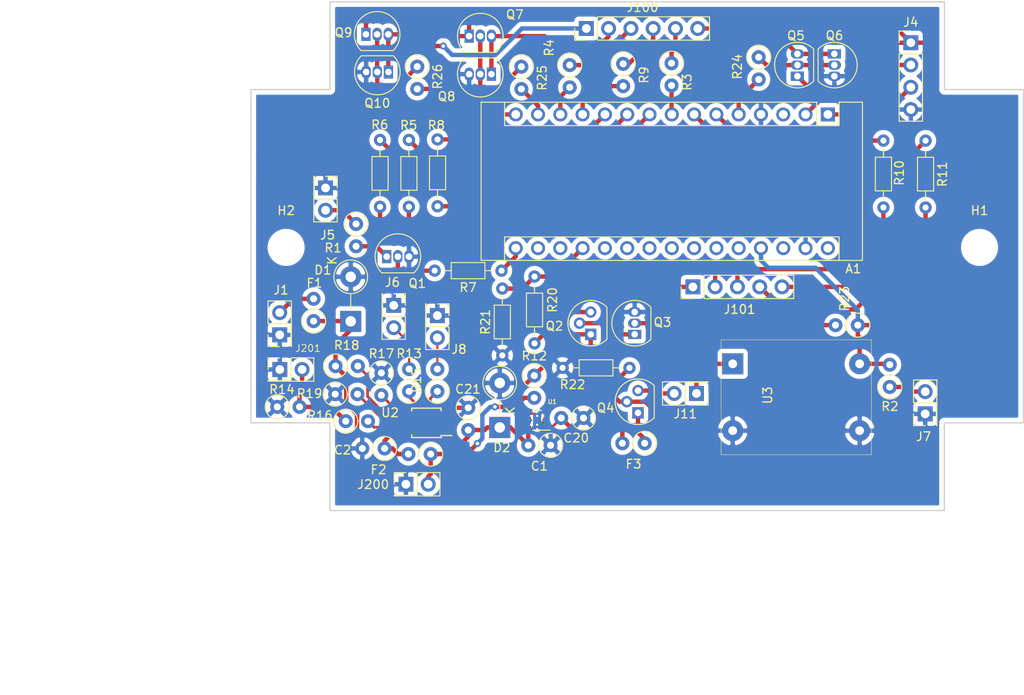
<source format=kicad_pcb>
(kicad_pcb (version 20171130) (host pcbnew "(5.1.9)-1")
  (layers (0 F.Cu signal) (31 B.Cu signal hide) (34 B.Paste user) (35 F.Paste user) (36 B.SilkS user) (37 F.SilkS user) (38 B.Mask user) (39 F.Mask user) (44 Edge.Cuts user))
  (net 0 "")
  (net 1 /LED_LOW_BAT_GPIO)
  (net 2 /SEG_H_GPIO)
  (net 3 "Net-(A1-Pad30)")
  (net 4 /SEG_G_GPIO)
  (net 5 GND)
  (net 6 /SEG_F_GPIO)
  (net 7 "Net-(A1-Pad28)")
  (net 8 /SEG_E_GPIO)
  (net 9 /SEG_D_GPIO)
  (net 10 "Net-(A1-Pad26)")
  (net 11 /SEG_C_GPIO)
  (net 12 "Net-(A1-Pad25)")
  (net 13 /SEG_B_GPIO)
  (net 14 "Net-(A1-Pad24)")
  (net 15 /SEG_A_GPIO)
  (net 16 "Net-(A1-Pad23)")
  (net 17 /DIG3_BASE)
  (net 18 "Net-(A1-Pad22)")
  (net 19 /DIG2_BASE)
  (net 20 "Net-(A1-Pad21)")
  (net 21 /DIG1_BASE)
  (net 22 "Net-(A1-Pad20)")
  (net 23 "Net-(A1-Pad3)")
  (net 24 "Net-(A1-Pad18)")
  (net 25 /RX)
  (net 26 "Net-(A1-Pad17)")
  (net 27 /TX)
  (net 28 "Net-(Q2-Pad2)")
  (net 29 "Net-(Q3-Pad2)")
  (net 30 /DIG1)
  (net 31 /DIG2)
  (net 32 /DIG3)
  (net 33 /+CELL_ENA_ADC_IN)
  (net 34 "Net-(C1-Pad2)")
  (net 35 "Net-(C2-Pad1)")
  (net 36 "Net-(F3-Pad1)")
  (net 37 /LED_LOW_BAT)
  (net 38 /LED_EN_CHARGE)
  (net 39 /LED_ON)
  (net 40 /LED_CHARGE_OK)
  (net 41 /SEG_A)
  (net 42 /SEG_F)
  (net 43 /SEG_B)
  (net 44 /SEG_E)
  (net 45 /SEG_D)
  (net 46 /SEG_H)
  (net 47 /SEG_C)
  (net 48 /SEG_G)
  (net 49 /Therm_Connector)
  (net 50 "Net-(Q1-Pad1)")
  (net 51 "Net-(Q1-Pad2)")
  (net 52 "Net-(Q2-Pad3)")
  (net 53 "Net-(Q5-Pad2)")
  (net 54 "Net-(Q7-Pad2)")
  (net 55 "Net-(Q10-Pad2)")
  (net 56 "Net-(R12-Pad2)")
  (net 57 "Net-(R13-Pad1)")
  (net 58 "Net-(R15-Pad1)")
  (net 59 /Therm)
  (net 60 "Net-(R17-Pad2)")
  (net 61 "Net-(R18-Pad2)")
  (net 62 /~TE~)
  (net 63 "Net-(U1-Pad4)")
  (net 64 "Net-(U1-Pad7)")
  (net 65 "Net-(U1-Pad3)")
  (net 66 "Net-(U2-Pad2)")
  (net 67 +5V_FUSED)
  (net 68 +5V_BOOST)
  (net 69 "Net-(F1-Pad2)")
  (net 70 +CELL)
  (net 71 +CELL_ON)
  (net 72 +CELL_ON_ENA)
  (module Package_TO_SOT_THT:TO-92_Inline (layer F.Cu) (at 181.06 84.71 180)
    (fp_text reference Q8 (at 5.11 -2.54) (layer F.SilkS))
    (fp_text value BC547)
    (pad 1 thru_hole rect (at 0 0 180) (size 1.05 1.5) (drill 0.75) (layers *.Cu *.Mask) (net 31 /DIG2))
    (pad 3 thru_hole oval (at 2.54 0 180) (size 1.05 1.5) (drill 0.75) (layers *.Cu *.Mask) (net 5 GND))
    (pad 2 thru_hole oval (at 1.27 0 180) (size 1.05 1.5) (drill 0.75) (layers *.Cu *.Mask) (net 54 "Net-(Q7-Pad2)"))
  )
  (module Resistor_THT:R_Axial_DIN0204_L3.6mm_D1.6mm_P7.62mm_Horizontal (layer F.Cu) (at 168.37 99.83 90)
    (fp_text reference R6 (at 9.35 -0.03 180) (layer F.SilkS))
    (fp_text value 470R)
    (pad 2 thru_hole oval (at 7.62 0 90) (size 1.4 1.4) (drill 0.7) (layers *.Cu *.Mask) (net 9 /SEG_D_GPIO))
    (pad 1 thru_hole circle (at 0 0 90) (size 1.4 1.4) (drill 0.7) (layers *.Cu *.Mask) (net 45 /SEG_D))
  )
  (module Resistor_THT:R_Axial_DIN0204_L3.6mm_D1.6mm_P7.62mm_Horizontal (layer F.Cu) (at 171.66 99.83 90)
    (fp_text reference R5 (at 9.29 -0.03 180) (layer F.SilkS))
    (fp_text value 470R)
    (pad 2 thru_hole oval (at 7.62 0 90) (size 1.4 1.4) (drill 0.7) (layers *.Cu *.Mask) (net 11 /SEG_C_GPIO))
    (pad 1 thru_hole circle (at 0 0 90) (size 1.4 1.4) (drill 0.7) (layers *.Cu *.Mask) (net 47 /SEG_C))
  )
  (module Module:Arduino_Nano (layer F.Cu) (at 219.39 89.3 270)
    (fp_text reference A1 (at 17.6 -2.9 180) (layer F.SilkS))
    (fp_text value Arduino_Nano_v3.x)
    (pad 16 thru_hole oval (at 15.24 35.56 270) (size 1.6 1.6) (drill 1) (layers *.Cu *.Mask) (net 1 /LED_LOW_BAT_GPIO))
    (pad 15 thru_hole oval (at 0 35.56 270) (size 1.6 1.6) (drill 1) (layers *.Cu *.Mask) (net 17 /DIG3_BASE))
    (pad 30 thru_hole oval (at 15.24 0 270) (size 1.6 1.6) (drill 1) (layers *.Cu *.Mask) (net 3 "Net-(A1-Pad30)"))
    (pad 14 thru_hole oval (at 0 33.02 270) (size 1.6 1.6) (drill 1) (layers *.Cu *.Mask) (net 19 /DIG2_BASE))
    (pad 29 thru_hole oval (at 15.24 2.54 270) (size 1.6 1.6) (drill 1) (layers *.Cu *.Mask) (net 5 GND))
    (pad 13 thru_hole oval (at 0 30.48 270) (size 1.6 1.6) (drill 1) (layers *.Cu *.Mask) (net 13 /SEG_B_GPIO))
    (pad 28 thru_hole oval (at 15.24 5.08 270) (size 1.6 1.6) (drill 1) (layers *.Cu *.Mask) (net 7 "Net-(A1-Pad28)"))
    (pad 12 thru_hole oval (at 0 27.94 270) (size 1.6 1.6) (drill 1) (layers *.Cu *.Mask) (net 6 /SEG_F_GPIO))
    (pad 27 thru_hole oval (at 15.24 7.62 270) (size 1.6 1.6) (drill 1) (layers *.Cu *.Mask) (net 68 +5V_BOOST))
    (pad 11 thru_hole oval (at 0 25.4 270) (size 1.6 1.6) (drill 1) (layers *.Cu *.Mask) (net 8 /SEG_E_GPIO))
    (pad 26 thru_hole oval (at 15.24 10.16 270) (size 1.6 1.6) (drill 1) (layers *.Cu *.Mask) (net 10 "Net-(A1-Pad26)"))
    (pad 10 thru_hole oval (at 0 22.86 270) (size 1.6 1.6) (drill 1) (layers *.Cu *.Mask) (net 11 /SEG_C_GPIO))
    (pad 25 thru_hole oval (at 15.24 12.7 270) (size 1.6 1.6) (drill 1) (layers *.Cu *.Mask) (net 12 "Net-(A1-Pad25)"))
    (pad 9 thru_hole oval (at 0 20.32 270) (size 1.6 1.6) (drill 1) (layers *.Cu *.Mask) (net 9 /SEG_D_GPIO))
    (pad 24 thru_hole oval (at 15.24 15.24 270) (size 1.6 1.6) (drill 1) (layers *.Cu *.Mask) (net 14 "Net-(A1-Pad24)"))
    (pad 8 thru_hole oval (at 0 17.78 270) (size 1.6 1.6) (drill 1) (layers *.Cu *.Mask) (net 15 /SEG_A_GPIO))
    (pad 23 thru_hole oval (at 15.24 17.78 270) (size 1.6 1.6) (drill 1) (layers *.Cu *.Mask) (net 16 "Net-(A1-Pad23)"))
    (pad 7 thru_hole oval (at 0 15.24 270) (size 1.6 1.6) (drill 1) (layers *.Cu *.Mask) (net 2 /SEG_H_GPIO))
    (pad 22 thru_hole oval (at 15.24 20.32 270) (size 1.6 1.6) (drill 1) (layers *.Cu *.Mask) (net 18 "Net-(A1-Pad22)"))
    (pad 6 thru_hole oval (at 0 12.7 270) (size 1.6 1.6) (drill 1) (layers *.Cu *.Mask) (net 4 /SEG_G_GPIO))
    (pad 21 thru_hole oval (at 15.24 22.86 270) (size 1.6 1.6) (drill 1) (layers *.Cu *.Mask) (net 20 "Net-(A1-Pad21)"))
    (pad 5 thru_hole oval (at 0 10.16 270) (size 1.6 1.6) (drill 1) (layers *.Cu *.Mask) (net 21 /DIG1_BASE))
    (pad 20 thru_hole oval (at 15.24 25.4 270) (size 1.6 1.6) (drill 1) (layers *.Cu *.Mask) (net 22 "Net-(A1-Pad20)"))
    (pad 4 thru_hole oval (at 0 7.62 270) (size 1.6 1.6) (drill 1) (layers *.Cu *.Mask) (net 5 GND))
    (pad 19 thru_hole oval (at 15.24 27.94 270) (size 1.6 1.6) (drill 1) (layers *.Cu *.Mask) (net 33 /+CELL_ENA_ADC_IN))
    (pad 3 thru_hole oval (at 0 5.08 270) (size 1.6 1.6) (drill 1) (layers *.Cu *.Mask) (net 23 "Net-(A1-Pad3)"))
    (pad 18 thru_hole oval (at 15.24 30.48 270) (size 1.6 1.6) (drill 1) (layers *.Cu *.Mask) (net 24 "Net-(A1-Pad18)"))
    (pad 2 thru_hole oval (at 0 2.54 270) (size 1.6 1.6) (drill 1) (layers *.Cu *.Mask) (net 25 /RX))
    (pad 17 thru_hole oval (at 15.24 33.02 270) (size 1.6 1.6) (drill 1) (layers *.Cu *.Mask) (net 26 "Net-(A1-Pad17)"))
    (pad 1 thru_hole rect (at 0 0 270) (size 1.6 1.6) (drill 1) (layers *.Cu *.Mask) (net 27 /TX))
  )
  (module Resistor_THT:R_Axial_DIN0204_L3.6mm_D1.6mm_P7.62mm_Horizontal (layer F.Cu) (at 182.3 116.77 90)
    (fp_text reference R21 (at 3.81 -1.92 90) (layer F.SilkS))
    (fp_text value 3.3kR)
    (pad 2 thru_hole oval (at 7.62 0 90) (size 1.4 1.4) (drill 0.7) (layers *.Cu *.Mask) (net 33 /+CELL_ENA_ADC_IN))
    (pad 1 thru_hole circle (at 0 0 90) (size 1.4 1.4) (drill 0.7) (layers *.Cu *.Mask) (net 5 GND))
  )
  (module Resistor_THT:R_Axial_DIN0204_L3.6mm_D1.6mm_P7.62mm_Horizontal (layer F.Cu) (at 185.97 107.78 270)
    (fp_text reference R20 (at 2.67 -2.05 90) (layer F.SilkS))
    (fp_text value 10kR)
    (pad 2 thru_hole oval (at 7.62 0 270) (size 1.4 1.4) (drill 0.7) (layers *.Cu *.Mask) (net 52 "Net-(Q2-Pad3)"))
    (pad 1 thru_hole circle (at 0 0 270) (size 1.4 1.4) (drill 0.7) (layers *.Cu *.Mask) (net 33 /+CELL_ENA_ADC_IN))
  )
  (module Resistor_THT:R_Axial_DIN0204_L3.6mm_D1.6mm_P7.62mm_Horizontal (layer F.Cu) (at 182.21 107.11 180)
    (fp_text reference R7 (at 3.81 -1.92) (layer F.SilkS))
    (fp_text value 470R)
    (pad 2 thru_hole oval (at 7.62 0 180) (size 1.4 1.4) (drill 0.7) (layers *.Cu *.Mask) (net 51 "Net-(Q1-Pad2)"))
    (pad 1 thru_hole circle (at 0 0 180) (size 1.4 1.4) (drill 0.7) (layers *.Cu *.Mask) (net 1 /LED_LOW_BAT_GPIO))
  )
  (module Resistor_THT:R_Axial_DIN0204_L3.6mm_D1.6mm_P7.62mm_Horizontal (layer F.Cu) (at 189.17 118.19)
    (fp_text reference R22 (at 1.13 1.91) (layer F.SilkS))
    (fp_text value 100kR)
    (pad 2 thru_hole oval (at 7.62 0) (size 1.4 1.4) (drill 0.7) (layers *.Cu *.Mask) (net 67 +5V_FUSED))
    (pad 1 thru_hole circle (at 0 0) (size 1.4 1.4) (drill 0.7) (layers *.Cu *.Mask) (net 5 GND))
  )
  (module Resistor_THT:R_Axial_DIN0204_L3.6mm_D1.6mm_P7.62mm_Horizontal (layer F.Cu) (at 174.92 99.77 90)
    (fp_text reference R8 (at 9.23 -0.14 180) (layer F.SilkS))
    (fp_text value 470R)
    (pad 2 thru_hole oval (at 7.62 0 90) (size 1.4 1.4) (drill 0.7) (layers *.Cu *.Mask) (net 8 /SEG_E_GPIO))
    (pad 1 thru_hole circle (at 0 0 90) (size 1.4 1.4) (drill 0.7) (layers *.Cu *.Mask) (net 44 /SEG_E))
  )
  (module Resistor_THT:R_Axial_DIN0204_L3.6mm_D1.6mm_P7.62mm_Horizontal (layer F.Cu) (at 230.52 99.91 90)
    (fp_text reference R11 (at 3.79 1.92 270) (layer F.SilkS))
    (fp_text value 470R)
    (pad 2 thru_hole oval (at 7.62 0 90) (size 1.4 1.4) (drill 0.7) (layers *.Cu *.Mask) (net 2 /SEG_H_GPIO))
    (pad 1 thru_hole circle (at 0 0 90) (size 1.4 1.4) (drill 0.7) (layers *.Cu *.Mask) (net 46 /SEG_H))
  )
  (module Resistor_THT:R_Axial_DIN0204_L3.6mm_D1.6mm_P7.62mm_Horizontal (layer F.Cu) (at 225.72 99.9 90)
    (fp_text reference R10 (at 3.93 1.81 270) (layer F.SilkS))
    (fp_text value 470R)
    (pad 2 thru_hole oval (at 7.62 0 90) (size 1.4 1.4) (drill 0.7) (layers *.Cu *.Mask) (net 4 /SEG_G_GPIO))
    (pad 1 thru_hole circle (at 0 0 90) (size 1.4 1.4) (drill 0.7) (layers *.Cu *.Mask) (net 48 /SEG_G))
  )
  (module Resistor_THT:R_Axial_DIN0207_L6.3mm_D2.5mm_P2.54mm_Vertical (layer F.Cu) (at 168.89 127.38 180)
    (fp_text reference C2 (at 4.79 -0.18) (layer F.SilkS))
    (fp_text value "4.7uF 10V")
    (pad 2 thru_hole oval (at 2.54 0 180) (size 1.6 1.6) (drill 0.8) (layers *.Cu *.Mask) (net 5 GND))
    (pad 1 thru_hole circle (at 0 0 180) (size 1.6 1.6) (drill 0.8) (layers *.Cu *.Mask) (net 35 "Net-(C2-Pad1)"))
  )
  (module Resistor_THT:R_Axial_DIN0207_L6.3mm_D2.5mm_P2.54mm_Vertical (layer F.Cu) (at 178.42 122.74 270)
    (fp_text reference C21 (at -2.12 0.03 180) (layer F.SilkS))
    (fp_text value "4.7uF 10V" hide)
    (pad 2 thru_hole oval (at 2.54 0 270) (size 1.6 1.6) (drill 0.8) (layers *.Cu *.Mask) (net 34 "Net-(C1-Pad2)"))
    (pad 1 thru_hole circle (at 0 0 270) (size 1.6 1.6) (drill 0.8) (layers *.Cu *.Mask) (net 5 GND))
  )
  (module Resistor_THT:R_Axial_DIN0207_L6.3mm_D2.5mm_P2.54mm_Vertical (layer F.Cu) (at 187.8 127.02 180)
    (fp_text reference C1 (at 1.27 -2.37) (layer F.SilkS))
    (fp_text value "4.7uF 10V" hide)
    (pad 2 thru_hole oval (at 2.54 0 180) (size 1.6 1.6) (drill 0.8) (layers *.Cu *.Mask) (net 34 "Net-(C1-Pad2)"))
    (pad 1 thru_hole circle (at 0 0 180) (size 1.6 1.6) (drill 0.8) (layers *.Cu *.Mask) (net 5 GND))
  )
  (module Resistor_THT:R_Axial_DIN0207_L6.3mm_D2.5mm_P2.54mm_Vertical (layer F.Cu) (at 191.55 123.91 180)
    (fp_text reference C20 (at 0.83 -2.28) (layer F.SilkS))
    (fp_text value "4.7uF 10V" hide)
    (pad 2 thru_hole oval (at 2.54 0 180) (size 1.6 1.6) (drill 0.8) (layers *.Cu *.Mask) (net 67 +5V_FUSED))
    (pad 1 thru_hole circle (at 0 0 180) (size 1.6 1.6) (drill 0.8) (layers *.Cu *.Mask) (net 5 GND))
  )
  (module Resistor_THT:R_Axial_DIN0207_L6.3mm_D2.5mm_P2.54mm_Vertical (layer F.Cu) (at 172.61 83.85 270)
    (fp_text reference R26 (at 1.13 -2.32 270) (layer F.SilkS))
    (fp_text value 470R)
    (pad 2 thru_hole oval (at 2.54 0 270) (size 1.6 1.6) (drill 0.8) (layers *.Cu *.Mask) (net 17 /DIG3_BASE))
    (pad 1 thru_hole circle (at 0 0 270) (size 1.6 1.6) (drill 0.8) (layers *.Cu *.Mask) (net 55 "Net-(Q10-Pad2)"))
  )
  (module Resistor_THT:R_Axial_DIN0207_L6.3mm_D2.5mm_P2.54mm_Vertical (layer F.Cu) (at 184.47 83.86 270)
    (fp_text reference R25 (at 1.27 -2.37 90) (layer F.SilkS))
    (fp_text value 470R)
    (pad 2 thru_hole oval (at 2.54 0 270) (size 1.6 1.6) (drill 0.8) (layers *.Cu *.Mask) (net 19 /DIG2_BASE))
    (pad 1 thru_hole circle (at 0 0 270) (size 1.6 1.6) (drill 0.8) (layers *.Cu *.Mask) (net 54 "Net-(Q7-Pad2)"))
  )
  (module Resistor_THT:R_Axial_DIN0207_L6.3mm_D2.5mm_P2.54mm_Vertical (layer F.Cu) (at 211.51 82.77 270)
    (fp_text reference R24 (at 1.09 2.43 90) (layer F.SilkS))
    (fp_text value 470R)
    (pad 2 thru_hole oval (at 2.54 0 270) (size 1.6 1.6) (drill 0.8) (layers *.Cu *.Mask) (net 21 /DIG1_BASE))
    (pad 1 thru_hole circle (at 0 0 270) (size 1.6 1.6) (drill 0.8) (layers *.Cu *.Mask) (net 53 "Net-(Q5-Pad2)"))
  )
  (module Resistor_THT:R_Axial_DIN0207_L6.3mm_D2.5mm_P2.54mm_Vertical (layer F.Cu) (at 222.8 113.32 180)
    (fp_text reference R23 (at 1.51 3.02 270) (layer F.SilkS))
    (fp_text value 10kR)
    (pad 2 thru_hole oval (at 2.54 0 180) (size 1.6 1.6) (drill 0.8) (layers *.Cu *.Mask) (net 29 "Net-(Q3-Pad2)"))
    (pad 1 thru_hole circle (at 0 0 180) (size 1.6 1.6) (drill 0.8) (layers *.Cu *.Mask) (net 68 +5V_BOOST))
  )
  (module Resistor_THT:R_Axial_DIN0207_L6.3mm_D2.5mm_P2.54mm_Vertical (layer F.Cu) (at 163.26 121.19)
    (fp_text reference R19 (at -2.92 -0.07) (layer F.SilkS))
    (fp_text value "10k DNP")
    (pad 2 thru_hole oval (at 2.54 0) (size 1.6 1.6) (drill 0.8) (layers *.Cu *.Mask) (net 62 /~TE~))
    (pad 1 thru_hole circle (at 0 0) (size 1.6 1.6) (drill 0.8) (layers *.Cu *.Mask) (net 5 GND))
  )
  (module Resistor_THT:R_Axial_DIN0207_L6.3mm_D2.5mm_P2.54mm_Vertical (layer F.Cu) (at 163.3 117.99)
    (fp_text reference R18 (at 1.27 -2.37) (layer F.SilkS))
    (fp_text value "0R DNP")
    (pad 2 thru_hole oval (at 2.54 0) (size 1.6 1.6) (drill 0.8) (layers *.Cu *.Mask) (net 61 "Net-(R18-Pad2)"))
    (pad 1 thru_hole circle (at 0 0) (size 1.6 1.6) (drill 0.8) (layers *.Cu *.Mask) (net 67 +5V_FUSED))
  )
  (module Resistor_THT:R_Axial_DIN0207_L6.3mm_D2.5mm_P2.54mm_Vertical (layer F.Cu) (at 168.52 118.77 270)
    (fp_text reference R17 (at -2.2 -0.01 180) (layer F.SilkS))
    (fp_text value 2k hide)
    (pad 2 thru_hole oval (at 2.54 0 270) (size 1.6 1.6) (drill 0.8) (layers *.Cu *.Mask) (net 60 "Net-(R17-Pad2)"))
    (pad 1 thru_hole circle (at 0 0 270) (size 1.6 1.6) (drill 0.8) (layers *.Cu *.Mask) (net 5 GND))
  )
  (module Resistor_THT:R_Axial_DIN0207_L6.3mm_D2.5mm_P2.54mm_Vertical (layer F.Cu) (at 164.46 124.27)
    (fp_text reference R16 (at -2.94 -0.64) (layer F.SilkS))
    (fp_text value "0R DNP")
    (pad 2 thru_hole oval (at 2.54 0) (size 1.6 1.6) (drill 0.8) (layers *.Cu *.Mask) (net 59 /Therm))
    (pad 1 thru_hole circle (at 0 0) (size 1.6 1.6) (drill 0.8) (layers *.Cu *.Mask) (net 49 /Therm_Connector))
  )
  (module Resistor_THT:R_Axial_DIN0207_L6.3mm_D2.5mm_P2.54mm_Vertical (layer F.Cu) (at 174.9 120.87 90)
    (fp_text reference R15 (at 1.27 -2.37 90) (layer F.SilkS))
    (fp_text value 300R)
    (pad 2 thru_hole oval (at 2.54 0 90) (size 1.6 1.6) (drill 0.8) (layers *.Cu *.Mask) (net 40 /LED_CHARGE_OK))
    (pad 1 thru_hole circle (at 0 0 90) (size 1.6 1.6) (drill 0.8) (layers *.Cu *.Mask) (net 58 "Net-(R15-Pad1)"))
  )
  (module Resistor_THT:R_Axial_DIN0207_L6.3mm_D2.5mm_P2.54mm_Vertical (layer F.Cu) (at 156.66 122.64)
    (fp_text reference R14 (at 0.53 -1.98) (layer F.SilkS))
    (fp_text value "10k DNP")
    (pad 2 thru_hole oval (at 2.54 0) (size 1.6 1.6) (drill 0.8) (layers *.Cu *.Mask) (net 49 /Therm_Connector))
    (pad 1 thru_hole circle (at 0 0) (size 1.6 1.6) (drill 0.8) (layers *.Cu *.Mask) (net 5 GND))
  )
  (module Resistor_THT:R_Axial_DIN0207_L6.3mm_D2.5mm_P2.54mm_Vertical (layer F.Cu) (at 171.68 120.87 90)
    (fp_text reference R13 (at 4.3 0.01) (layer F.SilkS))
    (fp_text value 330R)
    (pad 2 thru_hole oval (at 2.54 0 90) (size 1.6 1.6) (drill 0.8) (layers *.Cu *.Mask) (net 38 /LED_EN_CHARGE))
    (pad 1 thru_hole circle (at 0 0 90) (size 1.6 1.6) (drill 0.8) (layers *.Cu *.Mask) (net 57 "Net-(R13-Pad1)"))
  )
  (module Resistor_THT:R_Axial_DIN0207_L6.3mm_D2.5mm_P2.54mm_Vertical (layer F.Cu) (at 185.94 119.07 270)
    (fp_text reference R12 (at -2.24 -0.01 180) (layer F.SilkS))
    (fp_text value 100kR)
    (pad 2 thru_hole oval (at 2.54 0 270) (size 1.6 1.6) (drill 0.8) (layers *.Cu *.Mask) (net 56 "Net-(R12-Pad2)"))
    (pad 1 thru_hole circle (at 0 0 270) (size 1.6 1.6) (drill 0.8) (layers *.Cu *.Mask) (net 70 +CELL))
  )
  (module Resistor_THT:R_Axial_DIN0207_L6.3mm_D2.5mm_P2.54mm_Vertical (layer F.Cu) (at 196.07 83.53 270)
    (fp_text reference R9 (at 1.27 -2.37 90) (layer F.SilkS))
    (fp_text value 470R)
    (pad 2 thru_hole oval (at 2.54 0 270) (size 1.6 1.6) (drill 0.8) (layers *.Cu *.Mask) (net 6 /SEG_F_GPIO))
    (pad 1 thru_hole circle (at 0 0 270) (size 1.6 1.6) (drill 0.8) (layers *.Cu *.Mask) (net 42 /SEG_F))
  )
  (module Resistor_THT:R_Axial_DIN0207_L6.3mm_D2.5mm_P2.54mm_Vertical (layer F.Cu) (at 189.98 83.67 270)
    (fp_text reference R4 (at -1.97 2.34 90) (layer F.SilkS))
    (fp_text value 470R)
    (pad 2 thru_hole oval (at 2.54 0 270) (size 1.6 1.6) (drill 0.8) (layers *.Cu *.Mask) (net 13 /SEG_B_GPIO))
    (pad 1 thru_hole circle (at 0 0 270) (size 1.6 1.6) (drill 0.8) (layers *.Cu *.Mask) (net 43 /SEG_B))
  )
  (module Resistor_THT:R_Axial_DIN0207_L6.3mm_D2.5mm_P2.54mm_Vertical (layer F.Cu) (at 201.58 83.46 270)
    (fp_text reference R3 (at 2.16 -1.76 90) (layer F.SilkS))
    (fp_text value 470R)
    (pad 2 thru_hole oval (at 2.54 0 270) (size 1.6 1.6) (drill 0.8) (layers *.Cu *.Mask) (net 15 /SEG_A_GPIO))
    (pad 1 thru_hole circle (at 0 0 270) (size 1.6 1.6) (drill 0.8) (layers *.Cu *.Mask) (net 41 /SEG_A))
  )
  (module Resistor_THT:R_Axial_DIN0207_L6.3mm_D2.5mm_P2.54mm_Vertical (layer F.Cu) (at 226.44 120.37 90)
    (fp_text reference R2 (at -2.22 0.02 180) (layer F.SilkS))
    (fp_text value 470R)
    (pad 2 thru_hole oval (at 2.54 0 90) (size 1.6 1.6) (drill 0.8) (layers *.Cu *.Mask) (net 68 +5V_BOOST))
    (pad 1 thru_hole circle (at 0 0 90) (size 1.6 1.6) (drill 0.8) (layers *.Cu *.Mask) (net 39 /LED_ON))
  )
  (module Resistor_THT:R_Axial_DIN0207_L6.3mm_D2.5mm_P2.54mm_Vertical (layer F.Cu) (at 165.64 101.79 270)
    (fp_text reference R1 (at 2.73 2.62 180) (layer F.SilkS))
    (fp_text value 330R)
    (pad 2 thru_hole oval (at 2.54 0 270) (size 1.6 1.6) (drill 0.8) (layers *.Cu *.Mask) (net 50 "Net-(Q1-Pad1)"))
    (pad 1 thru_hole circle (at 0 0 270) (size 1.6 1.6) (drill 0.8) (layers *.Cu *.Mask) (net 37 /LED_LOW_BAT))
  )
  (module Resistor_THT:R_Axial_DIN0207_L6.3mm_D2.5mm_P2.54mm_Vertical (layer F.Cu) (at 198.52 126.79 180)
    (fp_text reference F3 (at 1.27 -2.37) (layer F.SilkS))
    (fp_text value 100mA)
    (pad 2 thru_hole oval (at 2.54 0 180) (size 1.6 1.6) (drill 0.8) (layers *.Cu *.Mask) (net 70 +CELL))
    (pad 1 thru_hole circle (at 0 0 180) (size 1.6 1.6) (drill 0.8) (layers *.Cu *.Mask) (net 36 "Net-(F3-Pad1)"))
  )
  (module Resistor_THT:R_Axial_DIN0207_L6.3mm_D2.5mm_P2.54mm_Vertical (layer F.Cu) (at 174.14 128.02 180)
    (fp_text reference F2 (at 5.94 -1.78) (layer F.SilkS))
    (fp_text value "500mA fast")
    (pad 2 thru_hole oval (at 2.54 0 180) (size 1.6 1.6) (drill 0.8) (layers *.Cu *.Mask) (net 35 "Net-(C2-Pad1)"))
    (pad 1 thru_hole circle (at 0 0 180) (size 1.6 1.6) (drill 0.8) (layers *.Cu *.Mask) (net 70 +CELL))
  )
  (module Resistor_THT:R_Axial_DIN0207_L6.3mm_D2.5mm_P2.54mm_Vertical (layer F.Cu) (at 160.8 112.86 90)
    (fp_text reference F1 (at 4.33 0.1) (layer F.SilkS))
    (fp_text value "500mA fast" hide)
    (pad 2 thru_hole oval (at 2.54 0 90) (size 1.6 1.6) (drill 0.8) (layers *.Cu *.Mask) (net 69 "Net-(F1-Pad2)"))
    (pad 1 thru_hole circle (at 0 0 90) (size 1.6 1.6) (drill 0.8) (layers *.Cu *.Mask) (net 67 +5V_FUSED))
  )
  (module "Balance ruche:AS19" (layer F.Cu) (at 207.28 115.04)
    (fp_text reference U3 (at 5.25 6.28 270) (layer F.SilkS))
    (fp_text value BOOST_5V hide)
    (pad 3 thru_hole oval (at 15.73 10.3124) (size 2.4 2.4) (drill 1) (layers *.Cu *.Mask) (net 5 GND))
    (pad 4 thru_hole oval (at 15.73 2.69) (size 2.4 2.4) (drill 1) (layers *.Cu *.Mask) (net 68 +5V_BOOST))
    (pad 2 thru_hole oval (at 1.27 10.31) (size 2.4 2.4) (drill 1) (layers *.Cu *.Mask) (net 5 GND))
    (pad 1 thru_hole rect (at 1.27 2.69) (size 2.4 2.4) (drill 1) (layers *.Cu *.Mask) (net 72 +CELL_ON_ENA))
  )
  (module Package_SO:MSOP-10_3x3mm_P0.5mm (layer F.Cu) (at 173.65 124.46 180)
    (fp_text reference U2 (at 4.14 1.16) (layer F.SilkS))
    (fp_text value MCP73837-xxx_UN)
    (pad 10 smd rect (at 2.2 -1 180) (size 1.4 0.3) (layers F.Cu F.Paste F.Mask) (net 35 "Net-(C2-Pad1)"))
    (pad 9 smd rect (at 2.2 -0.5 180) (size 1.4 0.3) (layers F.Cu F.Paste F.Mask) (net 59 /Therm))
    (pad 8 smd rect (at 2.2 0 180) (size 1.4 0.3) (layers F.Cu F.Paste F.Mask) (net 62 /~TE~))
    (pad 7 smd rect (at 2.2 0.5 180) (size 1.4 0.3) (layers F.Cu F.Paste F.Mask) (net 61 "Net-(R18-Pad2)"))
    (pad 6 smd rect (at 2.2 1 180) (size 1.4 0.3) (layers F.Cu F.Paste F.Mask) (net 60 "Net-(R17-Pad2)"))
    (pad 5 smd rect (at -2.2 1 180) (size 1.4 0.3) (layers F.Cu F.Paste F.Mask) (net 5 GND))
    (pad 4 smd rect (at -2.2 0.5 180) (size 1.4 0.3) (layers F.Cu F.Paste F.Mask) (net 58 "Net-(R15-Pad1)"))
    (pad 3 smd rect (at -2.2 0 180) (size 1.4 0.3) (layers F.Cu F.Paste F.Mask) (net 57 "Net-(R13-Pad1)"))
    (pad 2 smd rect (at -2.2 -0.5 180) (size 1.4 0.3) (layers F.Cu F.Paste F.Mask) (net 66 "Net-(U2-Pad2)"))
    (pad 1 smd rect (at -2.2 -1 180) (size 1.4 0.3) (layers F.Cu F.Paste F.Mask) (net 34 "Net-(C1-Pad2)"))
  )
  (module Package_SON:WSON-8-1EP_2x2mm_P0.5mm_EP0.9x1.6mm_ThermalVias (layer F.Cu) (at 186.27 124.17 180)
    (fp_text reference U1 (at -1.72 2.12) (layer F.SilkS) (effects (font (size 0.5 0.5) (thickness 0.1))))
    (fp_text value bq2438x hide)
    (pad 3 smd rect (at -0.95 0.25 180) (size 0.5 0.25) (layers F.Cu F.Paste F.Mask) (net 65 "Net-(U1-Pad3)"))
    (pad 7 smd rect (at 0.95 -0.25 180) (size 0.5 0.25) (layers F.Cu F.Paste F.Mask) (net 64 "Net-(U1-Pad7)"))
    (pad 8 smd rect (at 0.95 -0.75 180) (size 0.5 0.25) (layers F.Cu F.Paste F.Mask) (net 34 "Net-(C1-Pad2)"))
    (pad 9 thru_hole circle (at 0 -0.5 180) (size 0.6 0.6) (drill 0.25) (layers *.Cu) (net 5 GND))
    (pad 9 thru_hole circle (at 0 0.5 180) (size 0.6 0.6) (drill 0.25) (layers *.Cu) (net 5 GND))
    (pad 9 smd rect (at 0 0 180) (size 0.9 1.6) (layers F.Cu F.Mask) (net 5 GND))
    (pad 1 smd rect (at -0.95 -0.75 180) (size 0.5 0.25) (layers F.Cu F.Paste F.Mask) (net 67 +5V_FUSED))
    (pad 2 smd rect (at -0.95 -0.25 180) (size 0.5 0.25) (layers F.Cu F.Paste F.Mask) (net 5 GND))
    (pad 4 smd rect (at -0.95 0.75 180) (size 0.5 0.25) (layers F.Cu F.Paste F.Mask) (net 63 "Net-(U1-Pad4)"))
    (pad 5 smd rect (at 0.95 0.75 180) (size 0.5 0.25) (layers F.Cu F.Paste F.Mask) (net 5 GND))
    (pad 6 smd rect (at 0.95 0.25 180) (size 0.5 0.25) (layers F.Cu F.Paste F.Mask) (net 56 "Net-(R12-Pad2)"))
    (pad 9 smd rect (at 0 0 180) (size 0.9 1.6) (layers B.Cu) (net 5 GND))
  )
  (module Package_TO_SOT_THT:TO-92_Inline (layer F.Cu) (at 169.33 84.46 180)
    (fp_text reference Q10 (at 1.27 -3.56) (layer F.SilkS))
    (fp_text value BC547)
    (pad 1 thru_hole rect (at 0 0 180) (size 1.05 1.5) (drill 0.75) (layers *.Cu *.Mask) (net 32 /DIG3))
    (pad 3 thru_hole oval (at 2.54 0 180) (size 1.05 1.5) (drill 0.75) (layers *.Cu *.Mask) (net 5 GND))
    (pad 2 thru_hole oval (at 1.27 0 180) (size 1.05 1.5) (drill 0.75) (layers *.Cu *.Mask) (net 55 "Net-(Q10-Pad2)"))
  )
  (module Package_TO_SOT_THT:TO-92_Inline (layer F.Cu) (at 166.77 80.17)
    (fp_text reference Q9 (at -2.56 -0.2) (layer F.SilkS))
    (fp_text value BC557)
    (pad 1 thru_hole rect (at 0 0) (size 1.05 1.5) (drill 0.75) (layers *.Cu *.Mask) (net 68 +5V_BOOST))
    (pad 3 thru_hole oval (at 2.54 0) (size 1.05 1.5) (drill 0.75) (layers *.Cu *.Mask) (net 32 /DIG3))
    (pad 2 thru_hole oval (at 1.27 0) (size 1.05 1.5) (drill 0.75) (layers *.Cu *.Mask) (net 55 "Net-(Q10-Pad2)"))
  )
  (module Package_TO_SOT_THT:TO-92_Inline (layer F.Cu) (at 178.52 80.37)
    (fp_text reference Q7 (at 5.2 -2.45) (layer F.SilkS))
    (fp_text value BC557)
    (pad 1 thru_hole rect (at 0 0) (size 1.05 1.5) (drill 0.75) (layers *.Cu *.Mask) (net 68 +5V_BOOST))
    (pad 3 thru_hole oval (at 2.54 0) (size 1.05 1.5) (drill 0.75) (layers *.Cu *.Mask) (net 31 /DIG2))
    (pad 2 thru_hole oval (at 1.27 0) (size 1.05 1.5) (drill 0.75) (layers *.Cu *.Mask) (net 54 "Net-(Q7-Pad2)"))
  )
  (module Package_TO_SOT_THT:TO-92_Inline (layer F.Cu) (at 220.13 82.4 270)
    (fp_text reference Q6 (at -2.09 -0.01 180) (layer F.SilkS))
    (fp_text value BC547)
    (pad 1 thru_hole rect (at 0 0 270) (size 1.05 1.5) (drill 0.75) (layers *.Cu *.Mask) (net 30 /DIG1))
    (pad 3 thru_hole oval (at 2.54 0 270) (size 1.05 1.5) (drill 0.75) (layers *.Cu *.Mask) (net 5 GND))
    (pad 2 thru_hole oval (at 1.27 0 270) (size 1.05 1.5) (drill 0.75) (layers *.Cu *.Mask) (net 53 "Net-(Q5-Pad2)"))
  )
  (module Package_TO_SOT_THT:TO-92_Inline (layer F.Cu) (at 215.92 84.94 90)
    (fp_text reference Q5 (at 4.62 -0.17 180) (layer F.SilkS))
    (fp_text value BC557)
    (pad 1 thru_hole rect (at 0 0 90) (size 1.05 1.5) (drill 0.75) (layers *.Cu *.Mask) (net 68 +5V_BOOST))
    (pad 3 thru_hole oval (at 2.54 0 90) (size 1.05 1.5) (drill 0.75) (layers *.Cu *.Mask) (net 30 /DIG1))
    (pad 2 thru_hole oval (at 1.27 0 90) (size 1.05 1.5) (drill 0.75) (layers *.Cu *.Mask) (net 53 "Net-(Q5-Pad2)"))
  )
  (module Package_TO_SOT_THT:TO-92 (layer F.Cu) (at 197.76 123.32 90)
    (fp_text reference Q4 (at 0.56 -3.69 180) (layer F.SilkS))
    (fp_text value LP0701N3)
    (pad 1 thru_hole rect (at 0 0 90) (size 1.3 1.3) (drill 0.75) (layers *.Cu *.Mask) (net 36 "Net-(F3-Pad1)"))
    (pad 3 thru_hole circle (at 2.54 0 90) (size 1.3 1.3) (drill 0.75) (layers *.Cu *.Mask) (net 71 +CELL_ON))
    (pad 2 thru_hole circle (at 1.27 -1.27 90) (size 1.3 1.3) (drill 0.75) (layers *.Cu *.Mask) (net 67 +5V_FUSED))
  )
  (module Package_TO_SOT_THT:TO-92_Inline (layer F.Cu) (at 197.38 114.37 90)
    (fp_text reference Q3 (at 1.37 3.17 180) (layer F.SilkS))
    (fp_text value BC547)
    (pad 1 thru_hole rect (at 0 0 90) (size 1.05 1.5) (drill 0.75) (layers *.Cu *.Mask) (net 28 "Net-(Q2-Pad2)"))
    (pad 3 thru_hole oval (at 2.54 0 90) (size 1.05 1.5) (drill 0.75) (layers *.Cu *.Mask) (net 5 GND))
    (pad 2 thru_hole oval (at 1.27 0 90) (size 1.05 1.5) (drill 0.75) (layers *.Cu *.Mask) (net 29 "Net-(Q3-Pad2)"))
  )
  (module Package_TO_SOT_THT:TO-92 (layer F.Cu) (at 192.37 114.37 90)
    (fp_text reference Q2 (at 0.94 -4.13 180) (layer F.SilkS))
    (fp_text value LP0701N3)
    (pad 1 thru_hole rect (at 0 0 90) (size 1.3 1.3) (drill 0.75) (layers *.Cu *.Mask) (net 70 +CELL))
    (pad 3 thru_hole circle (at 2.54 0 90) (size 1.3 1.3) (drill 0.75) (layers *.Cu *.Mask) (net 52 "Net-(Q2-Pad3)"))
    (pad 2 thru_hole circle (at 1.27 -1.27 90) (size 1.3 1.3) (drill 0.75) (layers *.Cu *.Mask) (net 28 "Net-(Q2-Pad2)"))
  )
  (module Package_TO_SOT_THT:TO-92_Inline (layer F.Cu) (at 169.13 105.51)
    (fp_text reference Q1 (at 3.48 3.05) (layer F.SilkS))
    (fp_text value BC547)
    (pad 1 thru_hole rect (at 0 0) (size 1.05 1.5) (drill 0.75) (layers *.Cu *.Mask) (net 50 "Net-(Q1-Pad1)"))
    (pad 3 thru_hole oval (at 2.54 0) (size 1.05 1.5) (drill 0.75) (layers *.Cu *.Mask) (net 5 GND))
    (pad 2 thru_hole oval (at 1.27 0) (size 1.05 1.5) (drill 0.75) (layers *.Cu *.Mask) (net 51 "Net-(Q1-Pad2)"))
  )
  (module Connector_PinHeader_2.54mm:PinHeader_2x01_P2.54mm_Vertical (layer F.Cu) (at 156.95 118.38)
    (fp_text reference J201 (at 3.21 -2.42) (layer F.SilkS) (effects (font (size 0.8 0.8) (thickness 0.1))))
    (fp_text value Conn_01x02)
    (pad 2 thru_hole oval (at 2.54 0) (size 1.7 1.7) (drill 1) (layers *.Cu *.Mask) (net 49 /Therm_Connector))
    (pad 1 thru_hole rect (at 0 0) (size 1.7 1.7) (drill 1) (layers *.Cu *.Mask) (net 5 GND))
  )
  (module Connector_PinHeader_2.54mm:PinHeader_2x01_P2.54mm_Vertical (layer F.Cu) (at 171.32 131.46)
    (fp_text reference J200 (at -3.73 0.03) (layer F.SilkS))
    (fp_text value Conn_01x02 hide)
    (pad 2 thru_hole oval (at 2.54 0) (size 1.7 1.7) (drill 1) (layers *.Cu *.Mask) (net 70 +CELL))
    (pad 1 thru_hole rect (at 0 0) (size 1.7 1.7) (drill 1) (layers *.Cu *.Mask) (net 5 GND))
  )
  (module Connector_PinHeader_2.54mm:PinHeader_1x05_P2.54mm_Vertical (layer F.Cu) (at 204.01 108.96 90)
    (fp_text reference J101 (at -2.56 5.32 180) (layer F.SilkS))
    (fp_text value Conn_01x05 hide)
    (pad 5 thru_hole oval (at 0 10.16 90) (size 1.7 1.7) (drill 1) (layers *.Cu *.Mask) (net 48 /SEG_G))
    (pad 4 thru_hole oval (at 0 7.62 90) (size 1.7 1.7) (drill 1) (layers *.Cu *.Mask) (net 46 /SEG_H))
    (pad 3 thru_hole oval (at 0 5.08 90) (size 1.7 1.7) (drill 1) (layers *.Cu *.Mask) (net 44 /SEG_E))
    (pad 2 thru_hole oval (at 0 2.54 90) (size 1.7 1.7) (drill 1) (layers *.Cu *.Mask) (net 47 /SEG_C))
    (pad 1 thru_hole rect (at 0 0 90) (size 1.7 1.7) (drill 1) (layers *.Cu *.Mask) (net 45 /SEG_D))
  )
  (module Connector_PinHeader_2.54mm:PinHeader_1x06_P2.54mm_Vertical (layer F.Cu) (at 191.87 79.5 90)
    (fp_text reference J100 (at 2.4 6.4 180) (layer F.SilkS))
    (fp_text value Conn_01x06 hide)
    (pad 6 thru_hole oval (at 0 12.7 90) (size 1.7 1.7) (drill 1) (layers *.Cu *.Mask) (net 30 /DIG1))
    (pad 5 thru_hole oval (at 0 10.16 90) (size 1.7 1.7) (drill 1) (layers *.Cu *.Mask) (net 41 /SEG_A))
    (pad 4 thru_hole oval (at 0 7.62 90) (size 1.7 1.7) (drill 1) (layers *.Cu *.Mask) (net 42 /SEG_F))
    (pad 3 thru_hole oval (at 0 5.08 90) (size 1.7 1.7) (drill 1) (layers *.Cu *.Mask) (net 43 /SEG_B))
    (pad 2 thru_hole oval (at 0 2.54 90) (size 1.7 1.7) (drill 1) (layers *.Cu *.Mask) (net 31 /DIG2))
    (pad 1 thru_hole rect (at 0 0 90) (size 1.7 1.7) (drill 1) (layers *.Cu *.Mask) (net 32 /DIG3))
  )
  (module Connector_PinHeader_2.54mm:PinHeader_2x01_P2.54mm_Vertical (layer F.Cu) (at 204.42 121.11 180)
    (fp_text reference J11 (at 1.27 -2.33) (layer F.SilkS))
    (fp_text value Conn_01x02)
    (pad 2 thru_hole oval (at 2.54 0 180) (size 1.7 1.7) (drill 1) (layers *.Cu *.Mask) (net 71 +CELL_ON))
    (pad 1 thru_hole rect (at 0 0 180) (size 1.7 1.7) (drill 1) (layers *.Cu *.Mask) (net 72 +CELL_ON_ENA))
  )
  (module Connector_PinHeader_2.54mm:PinHeader_2x01_P2.54mm_Vertical (layer F.Cu) (at 174.9 112.23 270)
    (fp_text reference J8 (at 3.85 -2.47 180) (layer F.SilkS))
    (fp_text value Conn_01x02)
    (pad 2 thru_hole oval (at 2.54 0 270) (size 1.7 1.7) (drill 1) (layers *.Cu *.Mask) (net 40 /LED_CHARGE_OK))
    (pad 1 thru_hole rect (at 0 0 270) (size 1.7 1.7) (drill 1) (layers *.Cu *.Mask) (net 5 GND))
  )
  (module Connector_PinHeader_2.54mm:PinHeader_2x01_P2.54mm_Vertical (layer F.Cu) (at 230.48 123.44 90)
    (fp_text reference J7 (at -2.59 -0.18 180) (layer F.SilkS))
    (fp_text value Conn_01x02)
    (pad 2 thru_hole oval (at 2.54 0 90) (size 1.7 1.7) (drill 1) (layers *.Cu *.Mask) (net 39 /LED_ON))
    (pad 1 thru_hole rect (at 0 0 90) (size 1.7 1.7) (drill 1) (layers *.Cu *.Mask) (net 5 GND))
  )
  (module Connector_PinHeader_2.54mm:PinHeader_2x01_P2.54mm_Vertical (layer F.Cu) (at 169.93 111.07 270)
    (fp_text reference J6 (at -2.63 0.15 180) (layer F.SilkS))
    (fp_text value Conn_01x02)
    (pad 2 thru_hole oval (at 2.54 0 270) (size 1.7 1.7) (drill 1) (layers *.Cu *.Mask) (net 38 /LED_EN_CHARGE))
    (pad 1 thru_hole rect (at 0 0 270) (size 1.7 1.7) (drill 1) (layers *.Cu *.Mask) (net 5 GND))
  )
  (module Connector_PinHeader_2.54mm:PinHeader_2x01_P2.54mm_Vertical (layer F.Cu) (at 162.16 97.68 270)
    (fp_text reference J5 (at 5.37 -0.23 180) (layer F.SilkS))
    (fp_text value Conn_01x02)
    (pad 2 thru_hole oval (at 2.54 0 270) (size 1.7 1.7) (drill 1) (layers *.Cu *.Mask) (net 37 /LED_LOW_BAT))
    (pad 1 thru_hole rect (at 0 0 270) (size 1.7 1.7) (drill 1) (layers *.Cu *.Mask) (net 5 GND))
  )
  (module Connector_PinHeader_2.54mm:PinHeader_1x04_P2.54mm_Vertical (layer F.Cu) (at 228.84 81.12)
    (fp_text reference J4 (at 0 -2.33) (layer F.SilkS))
    (fp_text value Conn_01x04 hide)
    (pad 4 thru_hole oval (at 0 7.62) (size 1.7 1.7) (drill 1) (layers *.Cu *.Mask) (net 5 GND))
    (pad 3 thru_hole oval (at 0 5.08) (size 1.7 1.7) (drill 1) (layers *.Cu *.Mask) (net 27 /TX))
    (pad 2 thru_hole oval (at 0 2.54) (size 1.7 1.7) (drill 1) (layers *.Cu *.Mask) (net 25 /RX))
    (pad 1 thru_hole rect (at 0 0) (size 1.7 1.7) (drill 1) (layers *.Cu *.Mask) (net 68 +5V_BOOST))
  )
  (module Connector_PinHeader_2.54mm:PinHeader_2x01_P2.54mm_Vertical (layer F.Cu) (at 156.94 114.43 90)
    (fp_text reference J1 (at 5.12 0.15 180) (layer F.SilkS))
    (fp_text value Conn_01x02 hide)
    (pad 2 thru_hole oval (at 2.54 0 90) (size 1.7 1.7) (drill 1) (layers *.Cu *.Mask) (net 69 "Net-(F1-Pad2)"))
    (pad 1 thru_hole rect (at 0 0 90) (size 1.7 1.7) (drill 1) (layers *.Cu *.Mask) (net 5 GND))
  )
  (module MountingHole:MountingHole_3.2mm_M3 (layer F.Cu) (at 157.67 104.46)
    (fp_text reference H2 (at 0 -4.2) (layer F.SilkS))
    (fp_text value "M3 Mounting hole" hide)
    (pad 1 np_thru_hole circle (at 0 0) (size 3.2 3.2) (drill 3.2) (layers *.Cu *.Mask))
  )
  (module MountingHole:MountingHole_3.2mm_M3 (layer F.Cu) (at 236.67 104.46)
    (fp_text reference H1 (at 0 -4.2) (layer F.SilkS))
    (fp_text value "M3 Mounting hole" hide)
    (pad 1 np_thru_hole circle (at 0 0) (size 3.2 3.2) (drill 3.2) (layers *.Cu *.Mask))
  )
  (module Diode_THT:D_DO-15_P5.08mm_Vertical_KathodeUp (layer F.Cu) (at 182.01 124.99 90)
    (fp_text reference D2 (at -2.29 0.24 180) (layer F.SilkS))
    (fp_text value SA5.0A hide)
    (fp_text user K (at 1.9 1.2 90) (layer F.SilkS))
    (pad 2 thru_hole oval (at 5.08 0 90) (size 2.4 2.4) (drill 1.2) (layers *.Cu *.Mask) (net 5 GND))
    (pad 1 thru_hole rect (at 0 0 90) (size 2.4 2.4) (drill 1.2) (layers *.Cu *.Mask) (net 34 "Net-(C1-Pad2)"))
  )
  (module Diode_THT:D_DO-15_P5.08mm_Vertical_KathodeUp (layer F.Cu) (at 165.03 112.89 90)
    (fp_text reference D1 (at 5.85 -3.17 180) (layer F.SilkS))
    (fp_text value SA5.0A hide)
    (fp_text user K (at 6.94 -2.12 90) (layer F.SilkS))
    (pad 2 thru_hole oval (at 5.08 0 90) (size 2.4 2.4) (drill 1.2) (layers *.Cu *.Mask) (net 5 GND))
    (pad 1 thru_hole rect (at 0 0 90) (size 2.4 2.4) (drill 1.2) (layers *.Cu *.Mask) (net 67 +5V_FUSED))
  )
  (gr_line (start 232.66 124.46) (end 241.67 124.46) (layer Edge.Cuts) (width 0.15))
  (gr_line (start 232.66 134.46) (end 232.66 124.46) (layer Edge.Cuts) (width 0.15))
  (gr_line (start 162.67 134.46) (end 232.66 134.46) (layer Edge.Cuts) (width 0.15))
  (gr_line (start 162.67 134.46) (end 162.67 124.46) (layer Edge.Cuts) (width 0.15))
  (gr_line (start 153.66 124.45) (end 162.67 124.46) (layer Edge.Cuts) (width 0.15))
  (gr_line (start 162.67 76.46) (end 232.67 76.46) (layer Edge.Cuts) (width 0.15))
  (gr_line (start 232.67 86.46) (end 232.67 76.46) (layer Edge.Cuts) (width 0.15))
  (gr_line (start 162.67 86.46) (end 162.67 76.46) (layer Edge.Cuts) (width 0.15))
  (gr_line (start 232.67 86.46) (end 241.67 86.46) (layer Edge.Cuts) (width 0.15))
  (gr_line (start 153.67 86.46) (end 162.67 86.46) (layer Edge.Cuts) (width 0.15))
  (gr_line (start 241.67 124.46) (end 241.67 86.46) (layer Edge.Cuts) (width 0.15))
  (gr_line (start 153.66 124.45) (end 153.67 86.46) (layer Edge.Cuts) (width 0.15))
  (segment (start 183.57 104.8) (end 183.83 104.54) (width 0.25) (layer F.Cu) (net 1))
  (segment (start 182.21 107.11) (end 183.83 105.49) (width 0.5) (layer F.Cu) (net 1))
  (segment (start 183.83 104.54) (end 183.83 105.49) (width 0.5) (layer F.Cu) (net 1))
  (segment (start 209.58 94.73) (end 204.15 89.3) (width 0.5) (layer F.Cu) (net 2))
  (segment (start 228.08 94.73) (end 209.58 94.73) (width 0.5) (layer F.Cu) (net 2))
  (segment (start 230.52 92.29) (end 228.08 94.73) (width 0.5) (layer F.Cu) (net 2))
  (segment (start 209.67 92.28) (end 225.72 92.28) (width 0.5) (layer F.Cu) (net 4))
  (segment (start 206.69 89.3) (end 209.67 92.28) (width 0.5) (layer F.Cu) (net 4))
  (segment (start 186.52 124.42) (end 186.27 124.67) (width 0.25) (layer F.Cu) (net 5))
  (segment (start 175.85 123.46) (end 175.85 123.26) (width 0.25) (layer F.Cu) (net 5))
  (segment (start 176.37 122.74) (end 178.42 122.74) (width 0.25) (layer F.Cu) (net 5))
  (segment (start 175.85 123.26) (end 176.37 122.74) (width 0.25) (layer F.Cu) (net 5))
  (segment (start 186.02 123.42) (end 186.27 123.67) (width 0.25) (layer F.Cu) (net 5))
  (segment (start 185.32 123.42) (end 186.02 123.42) (width 0.25) (layer F.Cu) (net 5))
  (segment (start 186.72 124.42) (end 186.27 123.97) (width 0.25) (layer F.Cu) (net 5))
  (segment (start 186.27 123.97) (end 186.27 123.67) (width 0.25) (layer F.Cu) (net 5))
  (segment (start 187.22 124.42) (end 186.72 124.42) (width 0.25) (layer F.Cu) (net 5))
  (segment (start 186.27 124.17) (end 186.27 123.67) (width 0.25) (layer B.Cu) (net 5))
  (segment (start 176.46999 122.74) (end 175.85 123.35999) (width 0.5) (layer F.Cu) (net 5))
  (segment (start 178.42 122.74) (end 176.46999 122.74) (width 0.5) (layer F.Cu) (net 5))
  (segment (start 187.8 125.7) (end 186.27 124.17) (width 0.5) (layer B.Cu) (net 5))
  (segment (start 187.8 127.02) (end 187.8 125.7) (width 0.5) (layer B.Cu) (net 5))
  (segment (start 191.45 89.3) (end 191.45 87.92) (width 0.5) (layer F.Cu) (net 6))
  (segment (start 193.3 86.07) (end 196.07 86.07) (width 0.5) (layer F.Cu) (net 6))
  (segment (start 191.45 87.92) (end 193.3 86.07) (width 0.5) (layer F.Cu) (net 6))
  (segment (start 193.99 89.3) (end 194.54 89.3) (width 0.25) (layer F.Cu) (net 8))
  (segment (start 191.14 92.15) (end 174.92 92.15) (width 0.5) (layer F.Cu) (net 8))
  (segment (start 193.99 89.3) (end 191.14 92.15) (width 0.5) (layer F.Cu) (net 8))
  (segment (start 199.07 89.3) (end 192.02 96.35) (width 0.5) (layer F.Cu) (net 9))
  (segment (start 172.51 96.35) (end 168.37 92.21) (width 0.5) (layer F.Cu) (net 9))
  (segment (start 192.02 96.35) (end 172.51 96.35) (width 0.5) (layer F.Cu) (net 9))
  (segment (start 196.53 89.3) (end 191.16 94.67) (width 0.5) (layer F.Cu) (net 11))
  (segment (start 174.12 94.67) (end 171.66 92.21) (width 0.5) (layer F.Cu) (net 11))
  (segment (start 191.16 94.67) (end 174.12 94.67) (width 0.5) (layer F.Cu) (net 11))
  (segment (start 188.91 87.28) (end 189.98 86.21) (width 0.5) (layer F.Cu) (net 13))
  (segment (start 188.91 89.3) (end 188.91 87.28) (width 0.5) (layer F.Cu) (net 13))
  (segment (start 201.58 89.27) (end 201.61 89.3) (width 0.5) (layer F.Cu) (net 15))
  (segment (start 201.58 86) (end 201.58 89.27) (width 0.5) (layer F.Cu) (net 15))
  (segment (start 183.62 89.51) (end 183.83 89.3) (width 0.25) (layer F.Cu) (net 17))
  (segment (start 183.58 89.05) (end 183.83 89.3) (width 0.25) (layer F.Cu) (net 17))
  (segment (start 172.61 86.39) (end 172.725 86.505) (width 0.5) (layer F.Cu) (net 17))
  (segment (start 172.61 86.39) (end 175.02 86.39) (width 0.5) (layer F.Cu) (net 17))
  (segment (start 177.93 89.3) (end 183.83 89.3) (width 0.5) (layer F.Cu) (net 17))
  (segment (start 175.02 86.39) (end 177.93 89.3) (width 0.5) (layer F.Cu) (net 17))
  (segment (start 186.49 89.18) (end 186.37 89.3) (width 0.25) (layer F.Cu) (net 19))
  (segment (start 186.37 88.3) (end 184.47 86.4) (width 0.5) (layer F.Cu) (net 19))
  (segment (start 186.37 89.3) (end 186.37 88.3) (width 0.5) (layer F.Cu) (net 19))
  (segment (start 209.23 87.59) (end 211.51 85.31) (width 0.5) (layer F.Cu) (net 21))
  (segment (start 209.23 89.3) (end 209.23 87.59) (width 0.5) (layer F.Cu) (net 21))
  (segment (start 223.09 87.64) (end 227.07 83.66) (width 0.5) (layer F.Cu) (net 25))
  (segment (start 218.51 87.64) (end 223.09 87.64) (width 0.5) (layer F.Cu) (net 25))
  (segment (start 216.85 89.3) (end 218.51 87.64) (width 0.5) (layer F.Cu) (net 25))
  (segment (start 228.84 83.66) (end 227.07 83.66) (width 0.5) (layer F.Cu) (net 25))
  (segment (start 225.74 89.3) (end 219.39 89.3) (width 0.5) (layer F.Cu) (net 27))
  (segment (start 228.84 86.2) (end 225.74 89.3) (width 0.5) (layer F.Cu) (net 27))
  (segment (start 193.66 113.1) (end 194.93 114.37) (width 0.5) (layer F.Cu) (net 28))
  (segment (start 191.1 113.1) (end 193.66 113.1) (width 0.5) (layer F.Cu) (net 28))
  (segment (start 197.38 114.37) (end 194.93 114.37) (width 0.5) (layer F.Cu) (net 28))
  (segment (start 197.38 113.1) (end 218.07 113.1) (width 0.5) (layer F.Cu) (net 29))
  (segment (start 218.29 113.32) (end 220.26 113.32) (width 0.5) (layer F.Cu) (net 29))
  (segment (start 218.07 113.1) (end 218.29 113.32) (width 0.5) (layer F.Cu) (net 29))
  (segment (start 213.02 79.5) (end 204.57 79.5) (width 0.5) (layer F.Cu) (net 30))
  (segment (start 215.92 82.4) (end 213.02 79.5) (width 0.5) (layer F.Cu) (net 30))
  (segment (start 220.13 82.4) (end 215.92 82.4) (width 0.5) (layer F.Cu) (net 30))
  (segment (start 181.06 80.37) (end 181.06 84.71) (width 0.5) (layer F.Cu) (net 31))
  (segment (start 181.06 80.37) (end 187.11 80.37) (width 0.5) (layer F.Cu) (net 31))
  (segment (start 187.11 80.37) (end 188.55 81.81) (width 0.5) (layer F.Cu) (net 31))
  (segment (start 188.55 81.81) (end 193.02 81.81) (width 0.5) (layer F.Cu) (net 31))
  (segment (start 194.41 80.42) (end 194.41 79.5) (width 0.5) (layer F.Cu) (net 31))
  (segment (start 193.02 81.81) (end 194.41 80.42) (width 0.5) (layer F.Cu) (net 31))
  (via (at 175.58 81.5) (size 0.8) (drill 0.4) (layers F.Cu B.Cu) (net 32))
  (segment (start 170.67 80.17) (end 169.31 80.17) (width 0.5) (layer F.Cu) (net 32))
  (segment (start 172 81.5) (end 170.67 80.17) (width 0.5) (layer F.Cu) (net 32))
  (segment (start 175.58 81.5) (end 172 81.5) (width 0.5) (layer F.Cu) (net 32))
  (segment (start 169.31 84.44) (end 169.33 84.46) (width 0.5) (layer F.Cu) (net 32))
  (segment (start 169.31 80.17) (end 169.31 84.44) (width 0.5) (layer F.Cu) (net 32))
  (segment (start 175.58 81.5) (end 176.6 82.52) (width 0.5) (layer B.Cu) (net 32))
  (segment (start 176.6 82.52) (end 181.52 82.52) (width 0.5) (layer B.Cu) (net 32))
  (segment (start 184.54 79.5) (end 191.87 79.5) (width 0.5) (layer B.Cu) (net 32))
  (segment (start 181.52 82.52) (end 184.54 79.5) (width 0.5) (layer B.Cu) (net 32))
  (segment (start 184.6 109.15) (end 185.97 107.78) (width 0.5) (layer F.Cu) (net 33))
  (segment (start 182.3 109.15) (end 184.6 109.15) (width 0.5) (layer F.Cu) (net 33))
  (segment (start 188.21 107.78) (end 191.45 104.54) (width 0.5) (layer F.Cu) (net 33))
  (segment (start 185.97 107.78) (end 188.21 107.78) (width 0.5) (layer F.Cu) (net 33))
  (segment (start 178.24 125.46) (end 178.42 125.28) (width 0.25) (layer F.Cu) (net 34))
  (segment (start 185.26 124.98) (end 185.32 124.92) (width 0.25) (layer F.Cu) (net 34))
  (segment (start 185.26 127.02) (end 185.26 124.98) (width 0.25) (layer F.Cu) (net 34))
  (segment (start 185.26 125.055001) (end 185.32 124.995001) (width 0.5) (layer F.Cu) (net 34))
  (segment (start 185.26 127.02) (end 185.26 125.055001) (width 0.5) (layer F.Cu) (net 34))
  (segment (start 185.26 127.02) (end 183.98 125.74) (width 0.5) (layer F.Cu) (net 34))
  (segment (start 183.23 124.99) (end 183.98 125.74) (width 0.5) (layer F.Cu) (net 34))
  (segment (start 182.01 124.99) (end 183.23 124.99) (width 0.5) (layer F.Cu) (net 34))
  (segment (start 182.01 124.99) (end 180.58 124.99) (width 0.5) (layer F.Cu) (net 34))
  (segment (start 180.29 125.28) (end 178.42 125.28) (width 0.5) (layer F.Cu) (net 34))
  (segment (start 180.58 124.99) (end 180.29 125.28) (width 0.5) (layer F.Cu) (net 34))
  (segment (start 178.42 125.28) (end 178.42 125.44) (width 0.5) (layer F.Cu) (net 34))
  (segment (start 178.42 125.28) (end 178.42 126.03) (width 0.5) (layer F.Cu) (net 34))
  (segment (start 178.42 126.03) (end 177.65 126.8) (width 0.5) (layer F.Cu) (net 34))
  (segment (start 177.65 126.8) (end 177.19 126.8) (width 0.5) (layer F.Cu) (net 34))
  (segment (start 175.85 125.46) (end 176.265 125.875) (width 0.25) (layer F.Cu) (net 34))
  (segment (start 176.265 125.875) (end 175.950001 125.560001) (width 0.5) (layer F.Cu) (net 34))
  (segment (start 177.19 126.8) (end 176.265 125.875) (width 0.5) (layer F.Cu) (net 34))
  (segment (start 170.75999 125.51001) (end 171.45 125.51001) (width 0.4) (layer F.Cu) (net 35))
  (segment (start 168.89 127.38) (end 168.89 126.51) (width 0.5) (layer F.Cu) (net 35))
  (segment (start 168.89 126.51) (end 169.83999 125.56001) (width 0.5) (layer F.Cu) (net 35))
  (segment (start 168.89 127.38) (end 169.79 127.38) (width 0.5) (layer F.Cu) (net 35))
  (segment (start 170.43 128.02) (end 171.6 128.02) (width 0.5) (layer F.Cu) (net 35))
  (segment (start 169.79 127.38) (end 170.43 128.02) (width 0.5) (layer F.Cu) (net 35))
  (segment (start 170.28002 125.46) (end 170.18001 125.56001) (width 0.25) (layer F.Cu) (net 35))
  (segment (start 171.45 125.46) (end 170.28002 125.46) (width 0.25) (layer F.Cu) (net 35))
  (segment (start 170.18001 125.56001) (end 170.75999 125.56001) (width 0.5) (layer F.Cu) (net 35))
  (segment (start 169.83999 125.56001) (end 170.18001 125.56001) (width 0.5) (layer F.Cu) (net 35))
  (segment (start 198.52 126.32) (end 197.76 125.56) (width 0.5) (layer F.Cu) (net 36))
  (segment (start 198.52 126.79) (end 198.52 126.32) (width 0.5) (layer F.Cu) (net 36))
  (segment (start 197.76 123.32) (end 197.76 125.56) (width 0.5) (layer F.Cu) (net 36))
  (segment (start 162.17 100.21) (end 162.16 100.22) (width 0.25) (layer F.Cu) (net 37))
  (segment (start 164.07 100.22) (end 165.64 101.79) (width 0.5) (layer F.Cu) (net 37))
  (segment (start 162.16 100.22) (end 164.07 100.22) (width 0.5) (layer F.Cu) (net 37))
  (segment (start 171.68 115.36) (end 169.93 113.61) (width 0.25) (layer F.Cu) (net 38))
  (segment (start 171.68 118.33) (end 171.68 115.36) (width 0.25) (layer F.Cu) (net 38))
  (segment (start 226.44 120.37) (end 228.33 120.37) (width 0.5) (layer F.Cu) (net 39))
  (segment (start 228.86 120.9) (end 228.33 120.37) (width 0.5) (layer F.Cu) (net 39))
  (segment (start 230.48 120.9) (end 228.86 120.9) (width 0.5) (layer F.Cu) (net 39))
  (segment (start 174.9 118.33) (end 174.9 114.77) (width 0.25) (layer F.Cu) (net 40))
  (segment (start 202.03 83.01) (end 201.58 83.46) (width 0.25) (layer F.Cu) (net 41))
  (segment (start 201.58 83.46) (end 201.58 82.19) (width 0.5) (layer F.Cu) (net 41))
  (segment (start 202.03 81.74) (end 202.03 79.5) (width 0.5) (layer F.Cu) (net 41))
  (segment (start 201.58 82.19) (end 202.03 81.74) (width 0.5) (layer F.Cu) (net 41))
  (segment (start 196.07 82.92) (end 196.07 83.53) (width 0.25) (layer F.Cu) (net 42))
  (segment (start 199.49 79.5) (end 199.49 80.75) (width 0.5) (layer F.Cu) (net 42))
  (segment (start 196.71 83.53) (end 196.07 83.53) (width 0.5) (layer F.Cu) (net 42))
  (segment (start 199.49 80.75) (end 196.71 83.53) (width 0.5) (layer F.Cu) (net 42))
  (segment (start 196.95 79.5) (end 195.76 80.69) (width 0.5) (layer F.Cu) (net 43))
  (segment (start 195.74 80.69) (end 192.76 83.67) (width 0.5) (layer F.Cu) (net 43))
  (segment (start 195.76 80.69) (end 195.74 80.69) (width 0.5) (layer F.Cu) (net 43))
  (segment (start 192.76 83.67) (end 189.98 83.67) (width 0.5) (layer F.Cu) (net 43))
  (segment (start 174.92 99.77) (end 219.99 99.77) (width 0.5) (layer F.Cu) (net 44))
  (segment (start 219.99 99.77) (end 222.77 102.55) (width 0.5) (layer F.Cu) (net 44))
  (segment (start 222.77 102.55) (end 222.77 105.41) (width 0.5) (layer F.Cu) (net 44))
  (segment (start 222.77 105.41) (end 221.24 106.94) (width 0.5) (layer F.Cu) (net 44))
  (segment (start 221.24 106.94) (end 209.42 106.94) (width 0.5) (layer F.Cu) (net 44))
  (segment (start 209.09 107.27) (end 209.09 108.96) (width 0.5) (layer F.Cu) (net 44))
  (segment (start 209.42 106.94) (end 209.09 107.27) (width 0.5) (layer F.Cu) (net 44))
  (segment (start 173.41 103.21) (end 170.36 103.21) (width 0.5) (layer F.Cu) (net 45))
  (segment (start 176.11 105.91) (end 173.41 103.21) (width 0.5) (layer F.Cu) (net 45))
  (segment (start 188.07 110.06) (end 184.23 113.9) (width 0.5) (layer F.Cu) (net 45))
  (segment (start 180.18 113.9) (end 176.1 109.82) (width 0.5) (layer F.Cu) (net 45))
  (segment (start 198.18 110.06) (end 188.07 110.06) (width 0.5) (layer F.Cu) (net 45))
  (segment (start 168.37 101.22) (end 168.37 99.83) (width 0.5) (layer F.Cu) (net 45))
  (segment (start 176.1 109.82) (end 176.11 109.82) (width 0.5) (layer F.Cu) (net 45))
  (segment (start 170.36 103.21) (end 168.37 101.22) (width 0.5) (layer F.Cu) (net 45))
  (segment (start 176.11 109.82) (end 176.11 105.91) (width 0.5) (layer F.Cu) (net 45))
  (segment (start 184.23 113.9) (end 180.18 113.9) (width 0.5) (layer F.Cu) (net 45))
  (segment (start 199.28 108.96) (end 198.18 110.06) (width 0.5) (layer F.Cu) (net 45))
  (segment (start 204.01 108.96) (end 199.28 108.96) (width 0.5) (layer F.Cu) (net 45))
  (segment (start 230.52 103.55) (end 230.52 99.91) (width 0.5) (layer F.Cu) (net 46))
  (segment (start 222.53 111.54) (end 230.52 103.55) (width 0.5) (layer F.Cu) (net 46))
  (segment (start 214.21 111.54) (end 222.53 111.54) (width 0.5) (layer F.Cu) (net 46))
  (segment (start 211.63 108.96) (end 214.21 111.54) (width 0.5) (layer F.Cu) (net 46))
  (segment (start 171.98 101.63) (end 171.66 101.31) (width 0.5) (layer F.Cu) (net 47))
  (segment (start 174.74 101.63) (end 171.98 101.63) (width 0.5) (layer F.Cu) (net 47))
  (segment (start 178.25 105.14) (end 174.74 101.63) (width 0.5) (layer F.Cu) (net 47))
  (segment (start 184.61 111.52) (end 180.86 111.52) (width 0.5) (layer F.Cu) (net 47))
  (segment (start 189.569999 108.930001) (end 187.199999 108.930001) (width 0.5) (layer F.Cu) (net 47))
  (segment (start 180.86 111.52) (end 178.25 108.91) (width 0.5) (layer F.Cu) (net 47))
  (segment (start 187.199999 108.930001) (end 184.61 111.52) (width 0.5) (layer F.Cu) (net 47))
  (segment (start 191.46 107.04) (end 189.569999 108.930001) (width 0.5) (layer F.Cu) (net 47))
  (segment (start 206.43 107.04) (end 191.46 107.04) (width 0.5) (layer F.Cu) (net 47))
  (segment (start 206.55 107.16) (end 206.43 107.04) (width 0.5) (layer F.Cu) (net 47))
  (segment (start 171.66 101.31) (end 171.66 99.83) (width 0.5) (layer F.Cu) (net 47))
  (segment (start 178.25 108.91) (end 178.25 105.14) (width 0.5) (layer F.Cu) (net 47))
  (segment (start 206.55 108.96) (end 206.55 107.16) (width 0.5) (layer F.Cu) (net 47))
  (segment (start 214.17 108.96) (end 222.31 108.96) (width 0.5) (layer F.Cu) (net 48))
  (segment (start 225.72 105.55) (end 225.72 99.9) (width 0.5) (layer F.Cu) (net 48))
  (segment (start 222.31 108.96) (end 225.72 105.55) (width 0.5) (layer F.Cu) (net 48))
  (segment (start 159.49 122.35) (end 159.2 122.64) (width 0.5) (layer F.Cu) (net 49))
  (segment (start 159.2 122.64) (end 159.2 120.99) (width 0.5) (layer F.Cu) (net 49))
  (segment (start 159.49 120.7) (end 159.49 118.38) (width 0.5) (layer F.Cu) (net 49))
  (segment (start 159.2 120.99) (end 159.49 120.7) (width 0.5) (layer F.Cu) (net 49))
  (segment (start 159.2 122.64) (end 161.29 122.64) (width 0.5) (layer F.Cu) (net 49))
  (segment (start 161.765 123.115) (end 163.305 123.115) (width 0.5) (layer F.Cu) (net 49))
  (segment (start 161.29 122.64) (end 161.765 123.115) (width 0.5) (layer F.Cu) (net 49))
  (segment (start 164.46 124.27) (end 163.305 123.115) (width 0.5) (layer F.Cu) (net 49))
  (segment (start 167.95 104.33) (end 169.13 105.51) (width 0.5) (layer F.Cu) (net 50))
  (segment (start 165.64 104.33) (end 167.95 104.33) (width 0.5) (layer F.Cu) (net 50))
  (segment (start 170.75 107.11) (end 174.59 107.11) (width 0.5) (layer F.Cu) (net 51))
  (segment (start 170.4 106.76) (end 170.75 107.11) (width 0.5) (layer F.Cu) (net 51))
  (segment (start 170.4 105.51) (end 170.4 106.76) (width 0.5) (layer F.Cu) (net 51))
  (segment (start 189.54 111.83) (end 192.37 111.83) (width 0.5) (layer F.Cu) (net 52))
  (segment (start 185.97 115.4) (end 189.54 111.83) (width 0.5) (layer F.Cu) (net 52))
  (segment (start 212.41 83.67) (end 211.51 82.77) (width 0.5) (layer F.Cu) (net 53))
  (segment (start 215.92 83.67) (end 212.41 83.67) (width 0.5) (layer F.Cu) (net 53))
  (segment (start 215.92 83.67) (end 220.13 83.67) (width 0.5) (layer F.Cu) (net 53))
  (segment (start 179.79 85.300002) (end 179.79 84.71) (width 0.25) (layer F.Cu) (net 54))
  (segment (start 179.79 84.71) (end 179.79 86.12) (width 0.25) (layer F.Cu) (net 54))
  (segment (start 181.38 86.95) (end 184.47 83.86) (width 0.25) (layer F.Cu) (net 54))
  (segment (start 180.62 86.95) (end 181.38 86.95) (width 0.25) (layer F.Cu) (net 54))
  (segment (start 179.79 80.37) (end 179.79 84.71) (width 0.5) (layer F.Cu) (net 54))
  (segment (start 179.79 84.71) (end 179.79 86.22) (width 0.5) (layer F.Cu) (net 54))
  (segment (start 179.79 86.22) (end 180.41 86.84) (width 0.5) (layer F.Cu) (net 54))
  (segment (start 181.49 86.84) (end 184.47 83.86) (width 0.5) (layer F.Cu) (net 54))
  (segment (start 180.41 86.84) (end 181.49 86.84) (width 0.5) (layer F.Cu) (net 54))
  (segment (start 168.06 80.19) (end 168.04 80.17) (width 0.25) (layer F.Cu) (net 55))
  (segment (start 168.04 84.44) (end 168.06 84.46) (width 0.5) (layer F.Cu) (net 55))
  (segment (start 168.04 80.17) (end 168.04 84.44) (width 0.5) (layer F.Cu) (net 55))
  (segment (start 169.73 86.73) (end 172.61 83.85) (width 0.5) (layer F.Cu) (net 55))
  (segment (start 168.44 86.73) (end 169.73 86.73) (width 0.5) (layer F.Cu) (net 55))
  (segment (start 168.06 86.35) (end 168.44 86.73) (width 0.5) (layer F.Cu) (net 55))
  (segment (start 168.06 84.46) (end 168.06 86.35) (width 0.5) (layer F.Cu) (net 55))
  (segment (start 185.32 123.92) (end 184.82 123.92) (width 0.25) (layer F.Cu) (net 56))
  (segment (start 185.94 121.61) (end 184.77 121.61) (width 0.5) (layer F.Cu) (net 56))
  (segment (start 184.77 121.61) (end 184.04 122.34) (width 0.5) (layer F.Cu) (net 56))
  (segment (start 184.04 123.14) (end 184.155 123.255) (width 0.5) (layer F.Cu) (net 56))
  (segment (start 184.04 122.34) (end 184.04 123.14) (width 0.5) (layer F.Cu) (net 56))
  (segment (start 184.82 123.92) (end 184.155 123.255) (width 0.25) (layer F.Cu) (net 56))
  (segment (start 171.68 121.49712) (end 171.68 120.87) (width 0.3) (layer F.Cu) (net 57))
  (segment (start 174.64288 124.46) (end 171.68 121.49712) (width 0.3) (layer F.Cu) (net 57))
  (segment (start 175.85 124.46) (end 174.64288 124.46) (width 0.3) (layer F.Cu) (net 57))
  (segment (start 174.100001 121.669999) (end 174.9 120.87) (width 0.3) (layer F.Cu) (net 58))
  (segment (start 174.100001 123.210001) (end 174.100001 121.669999) (width 0.3) (layer F.Cu) (net 58))
  (segment (start 174.85 123.96) (end 174.100001 123.210001) (width 0.3) (layer F.Cu) (net 58))
  (segment (start 175.85 123.96) (end 174.85 123.96) (width 0.3) (layer F.Cu) (net 58))
  (segment (start 167.69 124.96) (end 167 124.27) (width 0.3) (layer F.Cu) (net 59))
  (segment (start 171.45 124.96) (end 167.69 124.96) (width 0.3) (layer F.Cu) (net 59))
  (segment (start 170.67 123.46) (end 168.52 121.31) (width 0.3) (layer F.Cu) (net 60))
  (segment (start 171.45 123.46) (end 170.67 123.46) (width 0.3) (layer F.Cu) (net 60))
  (segment (start 166.950001 119.100001) (end 165.84 117.99) (width 0.3) (layer F.Cu) (net 61))
  (segment (start 166.950001 121.442003) (end 166.950001 119.100001) (width 0.3) (layer F.Cu) (net 61))
  (segment (start 169.467998 123.96) (end 166.950001 121.442003) (width 0.3) (layer F.Cu) (net 61))
  (segment (start 171.45 123.96) (end 169.467998 123.96) (width 0.3) (layer F.Cu) (net 61))
  (segment (start 166.29 121.19) (end 165.8 121.19) (width 0.3) (layer F.Cu) (net 62))
  (segment (start 169.07 124.46) (end 165.8 121.19) (width 0.3) (layer F.Cu) (net 62))
  (segment (start 171.45 124.46) (end 169.07 124.46) (width 0.3) (layer F.Cu) (net 62))
  (segment (start 169.03 133.42) (end 185.32 133.42) (width 0.3) (layer F.Cu) (net 67))
  (segment (start 188 124.92) (end 187.22 124.92) (width 0.3) (layer F.Cu) (net 67))
  (segment (start 189.01 123.91) (end 188 124.92) (width 0.3) (layer F.Cu) (net 67))
  (segment (start 196.49 118.49) (end 196.79 118.19) (width 0.25) (layer F.Cu) (net 67))
  (segment (start 190.52 125.42) (end 190.52 133.34) (width 0.3) (layer F.Cu) (net 67))
  (segment (start 189.01 123.91) (end 190.52 125.42) (width 0.3) (layer F.Cu) (net 67))
  (segment (start 190.6 133.42) (end 185.32 133.42) (width 0.25) (layer F.Cu) (net 67))
  (segment (start 185.32 133.42) (end 191.1 133.42) (width 0.25) (layer F.Cu) (net 67))
  (segment (start 191.1 133.42) (end 199.12 133.42) (width 0.25) (layer F.Cu) (net 67))
  (segment (start 190.6 133.42) (end 191.1 133.42) (width 0.25) (layer F.Cu) (net 67))
  (segment (start 165 112.86) (end 165.03 112.89) (width 0.5) (layer F.Cu) (net 67))
  (segment (start 160.8 112.86) (end 165 112.86) (width 0.5) (layer F.Cu) (net 67))
  (segment (start 165.03 113.85) (end 163.3 115.58) (width 0.5) (layer F.Cu) (net 67))
  (segment (start 165.03 112.89) (end 165.03 113.85) (width 0.5) (layer F.Cu) (net 67))
  (segment (start 163.3 117.99) (end 163.3 115.58) (width 0.5) (layer F.Cu) (net 67))
  (segment (start 164.510001 122.230001) (end 165.76 123.48) (width 0.5) (layer F.Cu) (net 67))
  (segment (start 164.510001 119.200001) (end 164.510001 122.230001) (width 0.5) (layer F.Cu) (net 67))
  (segment (start 163.3 117.99) (end 164.510001 119.200001) (width 0.5) (layer F.Cu) (net 67))
  (segment (start 165.749999 125.850001) (end 164.74 126.86) (width 0.5) (layer F.Cu) (net 67))
  (segment (start 165.749999 123.669999) (end 165.749999 125.850001) (width 0.5) (layer F.Cu) (net 67))
  (segment (start 165.76 123.659998) (end 165.749999 123.669999) (width 0.5) (layer F.Cu) (net 67))
  (segment (start 165.76 123.48) (end 165.76 123.659998) (width 0.5) (layer F.Cu) (net 67))
  (segment (start 164.74 129.13) (end 166.775 131.165) (width 0.5) (layer F.Cu) (net 67))
  (segment (start 164.74 126.86) (end 164.74 129.13) (width 0.5) (layer F.Cu) (net 67))
  (segment (start 166.775 131.165) (end 169.03 133.42) (width 0.3) (layer F.Cu) (net 67))
  (segment (start 166.775 131.165) (end 168.865 133.255) (width 0.5) (layer F.Cu) (net 67))
  (segment (start 199.12 133.42) (end 199.285 133.255) (width 0.25) (layer F.Cu) (net 67))
  (segment (start 190.625 125.525) (end 190.625 133.255) (width 0.5) (layer F.Cu) (net 67))
  (segment (start 189.01 123.91) (end 190.625 125.525) (width 0.5) (layer F.Cu) (net 67))
  (segment (start 190.625 133.255) (end 199.285 133.255) (width 0.5) (layer F.Cu) (net 67))
  (segment (start 168.865 133.255) (end 190.625 133.255) (width 0.5) (layer F.Cu) (net 67))
  (segment (start 201.98 130.56) (end 199.285 133.255) (width 0.5) (layer F.Cu) (net 67))
  (segment (start 201.98 125.429998) (end 201.98 130.56) (width 0.5) (layer F.Cu) (net 67))
  (segment (start 198.600002 122.05) (end 201.98 125.429998) (width 0.5) (layer F.Cu) (net 67))
  (segment (start 196.49 122.05) (end 198.600002 122.05) (width 0.5) (layer F.Cu) (net 67))
  (segment (start 195.6 119.38) (end 196.79 118.19) (width 0.5) (layer F.Cu) (net 67))
  (segment (start 194.94 120.04) (end 195.6 119.38) (width 0.5) (layer F.Cu) (net 67))
  (segment (start 194.94 121.35) (end 194.94 120.04) (width 0.5) (layer F.Cu) (net 67))
  (segment (start 195.64 122.05) (end 194.94 121.35) (width 0.5) (layer F.Cu) (net 67))
  (segment (start 196.49 122.05) (end 195.64 122.05) (width 0.5) (layer F.Cu) (net 67))
  (segment (start 223.11 117.83) (end 223.01 117.73) (width 0.25) (layer F.Cu) (net 68))
  (segment (start 223.01 113.53) (end 222.8 113.32) (width 0.25) (layer F.Cu) (net 68))
  (segment (start 178.52 80.036128) (end 178.52 80.37) (width 0.5) (layer F.Cu) (net 68))
  (segment (start 173.27 80.37) (end 170.86 77.96) (width 0.5) (layer F.Cu) (net 68))
  (segment (start 167.73 77.96) (end 166.77 78.92) (width 0.5) (layer F.Cu) (net 68))
  (segment (start 166.77 78.92) (end 166.77 80.17) (width 0.5) (layer F.Cu) (net 68))
  (segment (start 170.86 77.96) (end 167.73 77.96) (width 0.5) (layer F.Cu) (net 68))
  (segment (start 178.52 80.37) (end 173.27 80.37) (width 0.5) (layer F.Cu) (net 68))
  (segment (start 222.8 117.52) (end 223.01 117.73) (width 0.4) (layer F.Cu) (net 68))
  (segment (start 222.8 113.32) (end 222.8 114.5) (width 0.4) (layer F.Cu) (net 68))
  (segment (start 222.8 114.5) (end 223.01 114.71) (width 0.4) (layer F.Cu) (net 68))
  (segment (start 209.129999 78.199999) (end 225.919999 78.199999) (width 0.5) (layer F.Cu) (net 68))
  (segment (start 208.41 77.48) (end 209.129999 78.199999) (width 0.5) (layer F.Cu) (net 68))
  (segment (start 225.919999 78.199999) (end 228.84 81.12) (width 0.5) (layer F.Cu) (net 68))
  (segment (start 179.34 77.48) (end 208.41 77.48) (width 0.5) (layer F.Cu) (net 68))
  (segment (start 178.52 78.3) (end 179.34 77.48) (width 0.5) (layer F.Cu) (net 68))
  (segment (start 178.52 80.37) (end 178.52 78.3) (width 0.5) (layer F.Cu) (net 68))
  (segment (start 217.69 86.71) (end 215.92 84.94) (width 0.5) (layer F.Cu) (net 68))
  (segment (start 226.73 81.12) (end 221.14 86.71) (width 0.5) (layer F.Cu) (net 68))
  (segment (start 221.14 86.71) (end 217.69 86.71) (width 0.5) (layer F.Cu) (net 68))
  (segment (start 228.84 81.12) (end 226.73 81.12) (width 0.5) (layer F.Cu) (net 68))
  (segment (start 226.34 117.73) (end 226.44 117.83) (width 0.5) (layer F.Cu) (net 68))
  (segment (start 223.01 117.73) (end 226.34 117.73) (width 0.5) (layer F.Cu) (net 68))
  (segment (start 222.8 113.32) (end 222.8 114.87) (width 0.5) (layer F.Cu) (net 68))
  (segment (start 222.8 114.87) (end 223.01 115.08) (width 0.5) (layer F.Cu) (net 68))
  (segment (start 223.01 115.08) (end 223.01 114.71) (width 0.5) (layer F.Cu) (net 68))
  (segment (start 223.01 117.73) (end 223.01 115.08) (width 0.5) (layer F.Cu) (net 68))
  (segment (start 226.5 113.32) (end 222.8 113.32) (width 0.5) (layer F.Cu) (net 68))
  (segment (start 232.48 102.6) (end 232.48 107.34) (width 0.5) (layer F.Cu) (net 68))
  (segment (start 232.48 107.34) (end 226.5 113.32) (width 0.5) (layer F.Cu) (net 68))
  (segment (start 234.53 90.95) (end 234.53 100.55) (width 0.5) (layer F.Cu) (net 68))
  (segment (start 231.57 87.99) (end 234.53 90.95) (width 0.5) (layer F.Cu) (net 68))
  (segment (start 231.57 82.12) (end 231.57 87.99) (width 0.5) (layer F.Cu) (net 68))
  (segment (start 234.53 100.55) (end 232.48 102.6) (width 0.5) (layer F.Cu) (net 68))
  (segment (start 230.57 81.12) (end 231.57 82.12) (width 0.5) (layer F.Cu) (net 68))
  (segment (start 228.84 81.12) (end 230.57 81.12) (width 0.5) (layer F.Cu) (net 68))
  (segment (start 222.8 113.32) (end 222.8 111.6) (width 0.5) (layer B.Cu) (net 68))
  (segment (start 222.8 111.6) (end 217.98 106.78) (width 0.5) (layer B.Cu) (net 68))
  (segment (start 217.98 106.78) (end 212.6 106.78) (width 0.5) (layer B.Cu) (net 68))
  (segment (start 211.77 105.95) (end 211.77 104.54) (width 0.5) (layer B.Cu) (net 68))
  (segment (start 212.6 106.78) (end 211.77 105.95) (width 0.5) (layer B.Cu) (net 68))
  (segment (start 160.73 110.25) (end 160.8 110.32) (width 0.25) (layer F.Cu) (net 69))
  (segment (start 158.48 110.35) (end 158.87 110.35) (width 0.5) (layer F.Cu) (net 69))
  (segment (start 156.94 111.89) (end 158.48 110.35) (width 0.5) (layer F.Cu) (net 69))
  (segment (start 158.9 110.32) (end 158.87 110.35) (width 0.5) (layer F.Cu) (net 69))
  (segment (start 160.8 110.32) (end 158.9 110.32) (width 0.5) (layer F.Cu) (net 69))
  (via (at 179.46 126.82) (size 0.8) (drill 0.4) (layers F.Cu B.Cu) (net 70))
  (via (at 181.46 122.64) (size 0.8) (drill 0.4) (layers F.Cu B.Cu) (net 70))
  (segment (start 192.18 114.56) (end 192.37 114.37) (width 0.25) (layer F.Cu) (net 70))
  (segment (start 195.98 126.79) (end 195.98 125.44) (width 0.5) (layer F.Cu) (net 70))
  (segment (start 195.98 125.44) (end 193.73 123.19) (width 0.5) (layer F.Cu) (net 70))
  (segment (start 192.37 114.37) (end 192.37 114.66) (width 0.5) (layer F.Cu) (net 70))
  (segment (start 178.26 128.02) (end 179.46 126.82) (width 0.5) (layer F.Cu) (net 70))
  (segment (start 174.14 128.02) (end 178.26 128.02) (width 0.5) (layer F.Cu) (net 70))
  (segment (start 173.86 131.46) (end 173.86 130.58) (width 0.5) (layer F.Cu) (net 70))
  (segment (start 174.14 130.3) (end 174.14 128.02) (width 0.5) (layer F.Cu) (net 70))
  (segment (start 173.86 130.58) (end 174.14 130.3) (width 0.5) (layer F.Cu) (net 70))
  (segment (start 182.37 122.64) (end 185.94 119.07) (width 0.5) (layer F.Cu) (net 70))
  (segment (start 181.46 122.64) (end 182.37 122.64) (width 0.5) (layer F.Cu) (net 70))
  (segment (start 190.64 114.37) (end 185.94 119.07) (width 0.5) (layer F.Cu) (net 70))
  (segment (start 192.37 114.37) (end 190.64 114.37) (width 0.5) (layer F.Cu) (net 70))
  (segment (start 192.37 114.37) (end 192.37 117.8) (width 0.5) (layer F.Cu) (net 70))
  (segment (start 193.73 119.16) (end 193.73 123.19) (width 0.5) (layer F.Cu) (net 70))
  (segment (start 192.37 117.8) (end 193.73 119.16) (width 0.5) (layer F.Cu) (net 70))
  (segment (start 179.46 126.82) (end 180.03 126.25) (width 0.5) (layer B.Cu) (net 70))
  (segment (start 180.03 126.25) (end 180.03 123.53) (width 0.5) (layer B.Cu) (net 70))
  (segment (start 180.92 122.64) (end 181.46 122.64) (width 0.5) (layer B.Cu) (net 70))
  (segment (start 180.03 123.53) (end 180.92 122.64) (width 0.5) (layer B.Cu) (net 70))
  (segment (start 198.09 121.11) (end 197.76 120.78) (width 0.25) (layer F.Cu) (net 71))
  (segment (start 200.1 120.78) (end 200.32 121) (width 0.5) (layer F.Cu) (net 71))
  (segment (start 197.76 120.78) (end 200.1 120.78) (width 0.5) (layer F.Cu) (net 71))
  (segment (start 200.32 121) (end 200.43 121.11) (width 0.4) (layer F.Cu) (net 71))
  (segment (start 200.43 121.11) (end 200.1 120.78) (width 0.5) (layer F.Cu) (net 71))
  (segment (start 201.88 121.11) (end 200.43 121.11) (width 0.5) (layer F.Cu) (net 71))
  (segment (start 204.42 121.11) (end 204.42 118.25) (width 0.5) (layer F.Cu) (net 72))
  (segment (start 204.94 117.73) (end 208.55 117.73) (width 0.5) (layer F.Cu) (net 72))
  (segment (start 204.42 118.25) (end 204.94 117.73) (width 0.5) (layer F.Cu) (net 72))
  (zone (net 5) (net_name GND) (layer B.Cu) (connect_pads (clearance 0.508)) (min_thickness 0.254) (fill yes (arc_segments 32) (thermal_gap 0.508) (thermal_bridge_width 0.508))
    (polygon (pts (xy 232.57 86.66) (xy 241.47 86.66) (xy 241.47 124.26) (xy 232.47 124.36) (xy 232.49 134.33) (xy 162.78 134.35) (xy 162.78 124.38) (xy 153.75 124.35) (xy 153.78 86.58) (xy 162.75 86.58) (xy 162.76 76.55) (xy 232.59 76.54)))
  )
)
</source>
